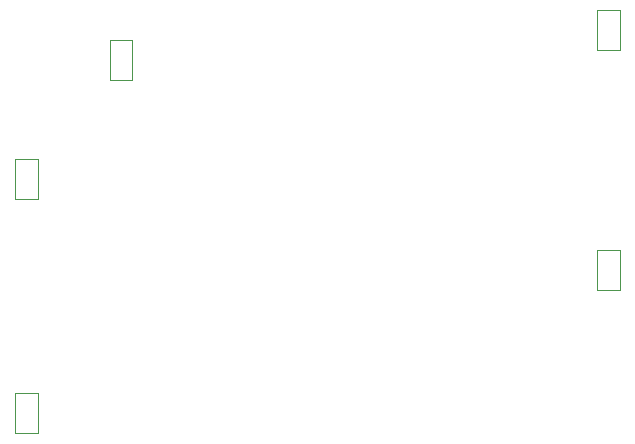
<source format=gbr>
G04 #@! TF.GenerationSoftware,KiCad,Pcbnew,5.1.12-84ad8e8a86~92~ubuntu20.04.1*
G04 #@! TF.CreationDate,2021-12-19T18:17:29-08:00*
G04 #@! TF.ProjectId,ft4232h-breakout,66743432-3332-4682-9d62-7265616b6f75,Jun2021b*
G04 #@! TF.SameCoordinates,Original*
G04 #@! TF.FileFunction,Other,User*
%FSLAX46Y46*%
G04 Gerber Fmt 4.6, Leading zero omitted, Abs format (unit mm)*
G04 Created by KiCad (PCBNEW 5.1.12-84ad8e8a86~92~ubuntu20.04.1) date 2021-12-19 18:17:29*
%MOMM*%
%LPD*%
G01*
G04 APERTURE LIST*
%ADD10C,0.050000*%
G04 APERTURE END LIST*
D10*
G04 #@! TO.C,C5*
X76134000Y-100661500D02*
X76134000Y-97301500D01*
X74234000Y-100661500D02*
X76134000Y-100661500D01*
X74234000Y-97301500D02*
X74234000Y-100661500D01*
X76134000Y-97301500D02*
X74234000Y-97301500D01*
G04 #@! TO.C,C4*
X76134000Y-120473500D02*
X76134000Y-117113500D01*
X74234000Y-120473500D02*
X76134000Y-120473500D01*
X74234000Y-117113500D02*
X74234000Y-120473500D01*
X76134000Y-117113500D02*
X74234000Y-117113500D01*
G04 #@! TO.C,C6*
X123510000Y-84680000D02*
X123510000Y-88040000D01*
X125410000Y-84680000D02*
X123510000Y-84680000D01*
X125410000Y-88040000D02*
X125410000Y-84680000D01*
X123510000Y-88040000D02*
X125410000Y-88040000D01*
G04 #@! TO.C,C3*
X123510000Y-105000000D02*
X123510000Y-108360000D01*
X125410000Y-105000000D02*
X123510000Y-105000000D01*
X125410000Y-108360000D02*
X125410000Y-105000000D01*
X123510000Y-108360000D02*
X125410000Y-108360000D01*
G04 #@! TO.C,C2*
X84135000Y-90580000D02*
X84135000Y-87220000D01*
X82235000Y-90580000D02*
X84135000Y-90580000D01*
X82235000Y-87220000D02*
X82235000Y-90580000D01*
X84135000Y-87220000D02*
X82235000Y-87220000D01*
G04 #@! TD*
M02*

</source>
